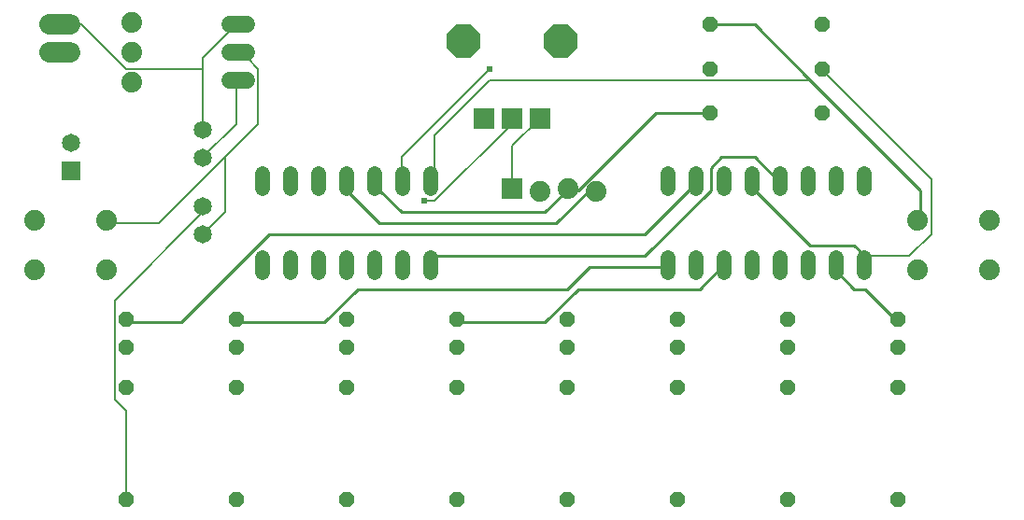
<source format=gbl>
G75*
G70*
%OFA0B0*%
%FSLAX24Y24*%
%IPPOS*%
%LPD*%
%AMOC8*
5,1,8,0,0,1.08239X$1,22.5*
%
%ADD10C,0.0520*%
%ADD11OC8,0.0520*%
%ADD12R,0.0740X0.0740*%
%ADD13OC8,0.1181*%
%ADD14C,0.0740*%
%ADD15C,0.0650*%
%ADD16C,0.0600*%
%ADD17C,0.0740*%
%ADD18R,0.0650X0.0650*%
%ADD19C,0.0100*%
%ADD20C,0.0080*%
%ADD21C,0.0240*%
D10*
X008909Y008970D02*
X008909Y009490D01*
X009909Y009490D02*
X009909Y008970D01*
X010909Y008970D02*
X010909Y009490D01*
X011909Y009490D02*
X011909Y008970D01*
X012909Y008970D02*
X012909Y009490D01*
X013909Y009490D02*
X013909Y008970D01*
X014909Y008970D02*
X014909Y009490D01*
X014909Y011970D02*
X014909Y012490D01*
X013909Y012490D02*
X013909Y011970D01*
X012909Y011970D02*
X012909Y012490D01*
X011909Y012490D02*
X011909Y011970D01*
X010909Y011970D02*
X010909Y012490D01*
X009909Y012490D02*
X009909Y011970D01*
X008909Y011970D02*
X008909Y012490D01*
X023372Y012490D02*
X023372Y011970D01*
X024372Y011970D02*
X024372Y012490D01*
X025372Y012490D02*
X025372Y011970D01*
X026372Y011970D02*
X026372Y012490D01*
X027372Y012490D02*
X027372Y011970D01*
X028372Y011970D02*
X028372Y012490D01*
X029372Y012490D02*
X029372Y011970D01*
X030372Y011970D02*
X030372Y012490D01*
X030372Y009490D02*
X030372Y008970D01*
X029372Y008970D02*
X029372Y009490D01*
X028372Y009490D02*
X028372Y008970D01*
X027372Y008970D02*
X027372Y009490D01*
X026372Y009490D02*
X026372Y008970D01*
X025372Y008970D02*
X025372Y009490D01*
X024372Y009490D02*
X024372Y008970D01*
X023372Y008970D02*
X023372Y009490D01*
D11*
X004037Y000856D03*
X007974Y000856D03*
X011911Y000856D03*
X015848Y000856D03*
X019785Y000856D03*
X023722Y000856D03*
X027659Y000856D03*
X031596Y000856D03*
X031596Y004856D03*
X031596Y006293D03*
X031596Y007293D03*
X027659Y007293D03*
X027659Y006293D03*
X027659Y004856D03*
X023722Y004856D03*
X023722Y006293D03*
X023722Y007293D03*
X019785Y007293D03*
X019785Y006293D03*
X019785Y004856D03*
X015848Y004856D03*
X015848Y006293D03*
X015848Y007293D03*
X011911Y007293D03*
X011911Y006293D03*
X011911Y004856D03*
X007974Y004856D03*
X007974Y006293D03*
X007974Y007293D03*
X004037Y007293D03*
X004037Y006293D03*
X004037Y004856D03*
X024872Y014667D03*
X024872Y016242D03*
X024872Y017817D03*
X028872Y017817D03*
X028872Y016242D03*
X028872Y014667D03*
D12*
X018801Y014470D03*
X017817Y014470D03*
X016832Y014470D03*
X017817Y011961D03*
D13*
X019549Y017226D03*
X016084Y017226D03*
D14*
X019817Y011961D03*
X020817Y011861D03*
X018817Y011861D03*
X032285Y010833D03*
X034845Y010833D03*
X034845Y009053D03*
X032285Y009053D03*
X004234Y015762D03*
X004234Y016832D03*
X004234Y017902D03*
X003349Y010833D03*
X000789Y010833D03*
X000789Y009053D03*
X003349Y009053D03*
D15*
X006793Y010336D03*
X006793Y011336D03*
X006793Y013076D03*
X006793Y014076D03*
X002069Y013592D03*
D16*
X007749Y015832D02*
X008349Y015832D01*
X008349Y016832D02*
X007749Y016832D01*
X007749Y017832D02*
X008349Y017832D01*
D17*
X002045Y017832D02*
X001305Y017832D01*
X001305Y016832D02*
X002045Y016832D01*
D18*
X002069Y012592D03*
D19*
X006006Y007187D02*
X009155Y010336D01*
X022541Y010336D01*
X024116Y011911D01*
X024372Y012230D01*
X024903Y011911D02*
X024903Y012698D01*
X025297Y013092D01*
X026478Y013092D01*
X027265Y012305D01*
X027372Y012230D01*
X026478Y011911D02*
X026372Y012230D01*
X026478Y011911D02*
X028446Y009943D01*
X030021Y009943D01*
X030415Y009549D01*
X030372Y009230D01*
X030021Y008368D02*
X029234Y009155D01*
X029372Y009230D01*
X030021Y008368D02*
X030415Y008368D01*
X031596Y007187D01*
X031596Y007293D01*
X032285Y010833D02*
X032383Y011124D01*
X032383Y011911D01*
X028446Y015848D01*
X026478Y017817D01*
X024903Y017817D01*
X024872Y017817D01*
X024903Y014667D02*
X024872Y014667D01*
X024903Y014667D02*
X022935Y014667D01*
X020179Y011911D01*
X019817Y011961D01*
X019785Y011911D01*
X018998Y011124D01*
X013880Y011124D01*
X013092Y011911D01*
X012909Y012230D01*
X011909Y012230D02*
X011911Y011911D01*
X013092Y010730D01*
X019391Y010730D01*
X020572Y011911D01*
X020817Y011861D01*
X022541Y009549D02*
X024903Y011911D01*
X022541Y009549D02*
X015061Y009549D01*
X014909Y009230D01*
X012305Y008368D02*
X019785Y008368D01*
X020572Y009155D01*
X023328Y009155D01*
X023372Y009230D01*
X024509Y008368D02*
X025297Y009155D01*
X025372Y009230D01*
X024509Y008368D02*
X020179Y008368D01*
X018998Y007187D01*
X015848Y007187D01*
X015848Y007293D01*
X012305Y008368D02*
X011124Y007187D01*
X007974Y007187D01*
X007974Y007293D01*
X006006Y007187D02*
X004037Y007187D01*
X004037Y007293D01*
D20*
X003643Y007974D02*
X006793Y011124D01*
X006793Y011336D01*
X007580Y011124D02*
X007580Y013092D01*
X008761Y014273D01*
X008761Y016242D01*
X008368Y016635D01*
X008049Y016832D01*
X007974Y017817D02*
X006793Y016635D01*
X006793Y016242D01*
X004037Y016242D01*
X002462Y017817D01*
X001675Y017817D01*
X001675Y017832D01*
X006793Y016242D02*
X006793Y014076D01*
X006793Y013092D02*
X007974Y014273D01*
X007974Y015848D01*
X008049Y015832D01*
X007974Y017817D02*
X008049Y017832D01*
X015061Y013880D02*
X017029Y015848D01*
X028446Y015848D01*
X028446Y015848D01*
X028840Y016242D02*
X028872Y016242D01*
X028840Y016242D02*
X032777Y012305D01*
X032777Y010336D01*
X031990Y009549D01*
X030415Y009549D01*
X030372Y009230D01*
X024903Y016242D02*
X024872Y016242D01*
X018801Y014470D02*
X017817Y013486D01*
X017817Y011961D01*
X017817Y014273D02*
X015061Y011517D01*
X014667Y011517D01*
X014909Y012230D02*
X015061Y012305D01*
X015061Y013880D01*
X013880Y013092D02*
X013880Y012305D01*
X013909Y012230D01*
X013880Y013092D02*
X017029Y016242D01*
X017817Y014470D02*
X017817Y014273D01*
X007580Y013092D02*
X005218Y010730D01*
X003643Y010730D01*
X003349Y010833D01*
X006793Y010336D02*
X007580Y011124D01*
X006793Y013076D02*
X006793Y013092D01*
X003643Y007974D02*
X003643Y004431D01*
X004037Y004037D01*
X004037Y000856D01*
D21*
X014667Y011517D03*
X017029Y016242D03*
M02*

</source>
